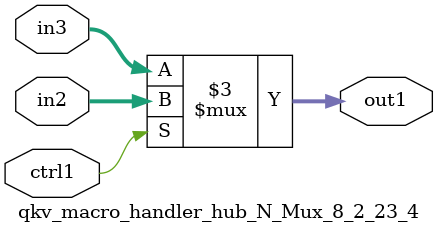
<source format=v>

`timescale 1ps / 1ps


module qkv_macro_handler_hub_N_Mux_8_2_23_4( in3, in2, ctrl1, out1 );

    input [7:0] in3;
    input [7:0] in2;
    input ctrl1;
    output [7:0] out1;
    reg [7:0] out1;

    
    // rtl_process:qkv_macro_handler_hub_N_Mux_8_2_23_4/qkv_macro_handler_hub_N_Mux_8_2_23_4_thread_1
    always @*
      begin : qkv_macro_handler_hub_N_Mux_8_2_23_4_thread_1
        case (ctrl1) 
          1'b1: 
            begin
              out1 = in2;
            end
          default: 
            begin
              out1 = in3;
            end
        endcase
      end

endmodule



</source>
